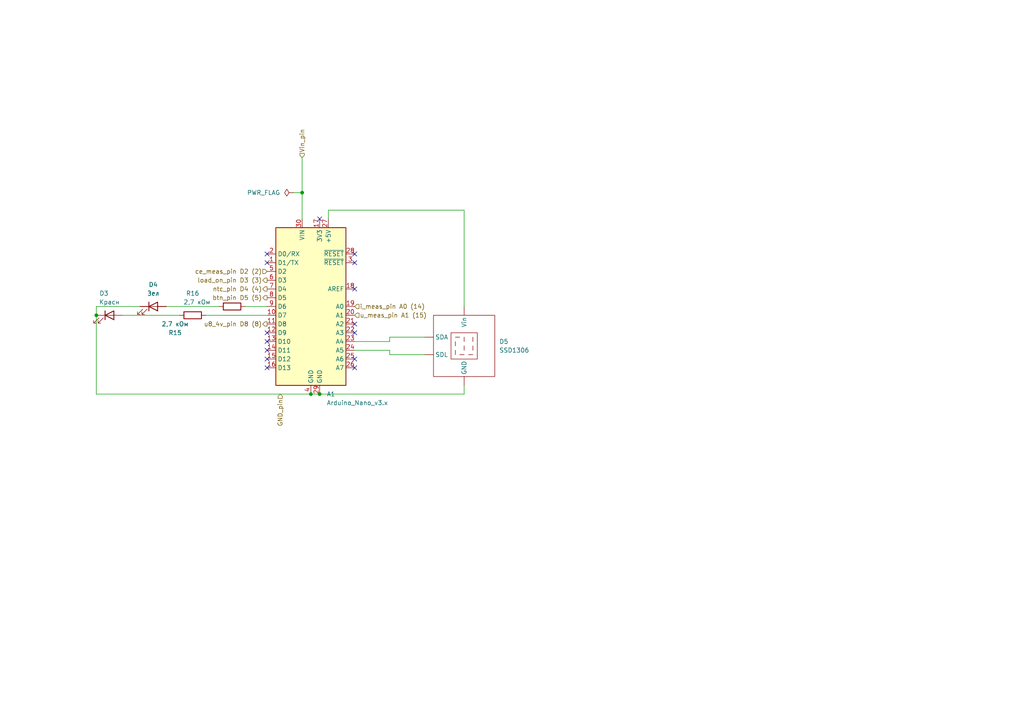
<source format=kicad_sch>
(kicad_sch (version 20211123) (generator eeschema)
  (paper "A4")
  (lib_symbols
    (symbol "Device:LED" (pin_numbers hide) (pin_names (offset 1.016) hide)
      (property "Reference" "D" (at 0 2.54 0))
      (property "Value" "LED" (at 0 -2.54 0))
      (symbol "LED_0_1"
        (polyline (pts (xy -1.27 -1.27) (xy -1.27 1.27)) (stroke (width 0.254)))
        (polyline (pts (xy -1.27 0) (xy 1.27 0)))
        (polyline (pts (xy 1.27 -1.27) (xy 1.27 1.27) (xy -1.27 0) (xy 1.27 -1.27)) (stroke (width 0.254)))
        (polyline (pts (xy -3.048 -0.762) (xy -4.572 -2.286) (xy -3.81 -2.286) (xy -4.572 -2.286) (xy -4.572 -1.524)))
        (polyline (pts (xy -1.778 -0.762) (xy -3.302 -2.286) (xy -2.54 -2.286) (xy -3.302 -2.286) (xy -3.302 -1.524)))
      )
      (symbol "LED_1_1"
        (pin passive line (at -3.81 0 0) (length 2.54) (name "K") (number "1"))
        (pin passive line (at 3.81 0 180) (length 2.54) (name "A") (number "2"))
      )
    )
    (symbol "Device:R" (pin_numbers hide) (pin_names (offset 0))
      (property "Reference" "R" (at 2.032 0 90))
      (property "Value" "R" (at 0 0 90))
      (symbol "R_0_1"
        (rectangle (start -1.016 -2.54) (end 1.016 2.54) (stroke (width 0.254)))
      )
      (symbol "R_1_1"
        (pin passive line (at 0 3.81 270) (length 1.27) (name "~") (number "1"))
        (pin passive line (at 0 -3.81 90) (length 1.27) (name "~") (number "2"))
      )
    )
    (symbol "MCU_Module:Arduino_Nano_v3.x"
      (property "Reference" "A" (at -10.16 23.495 0))
      (property "Value" "Arduino_Nano_v3.x" (at 5.08 -24.13 0))
      (symbol "Arduino_Nano_v3.x_0_1"
        (rectangle (start -10.16 22.86) (end 10.16 -22.86) (stroke (width 0.254)) (fill (type background)))
      )
      (symbol "Arduino_Nano_v3.x_1_1"
        (pin bidirectional line (at -12.7 12.7 0) (length 2.54) (name "D1/TX") (number "1"))
        (pin bidirectional line (at -12.7 -2.54 0) (length 2.54) (name "D7") (number "10"))
        (pin bidirectional line (at -12.7 -5.08 0) (length 2.54) (name "D8") (number "11"))
        (pin bidirectional line (at -12.7 -7.62 0) (length 2.54) (name "D9") (number "12"))
        (pin bidirectional line (at -12.7 -10.16 0) (length 2.54) (name "D10") (number "13"))
        (pin bidirectional line (at -12.7 -12.7 0) (length 2.54) (name "D11") (number "14"))
        (pin bidirectional line (at -12.7 -15.24 0) (length 2.54) (name "D12") (number "15"))
        (pin bidirectional line (at -12.7 -17.78 0) (length 2.54) (name "D13") (number "16"))
        (pin power_out line (at 2.54 25.4 270) (length 2.54) (name "3V3") (number "17"))
        (pin input line (at 12.7 5.08 180) (length 2.54) (name "AREF") (number "18"))
        (pin bidirectional line (at 12.7 0 180) (length 2.54) (name "A0") (number "19"))
        (pin bidirectional line (at -12.7 15.24 0) (length 2.54) (name "D0/RX") (number "2"))
        (pin bidirectional line (at 12.7 -2.54 180) (length 2.54) (name "A1") (number "20"))
        (pin bidirectional line (at 12.7 -5.08 180) (length 2.54) (name "A2") (number "21"))
        (pin bidirectional line (at 12.7 -7.62 180) (length 2.54) (name "A3") (number "22"))
        (pin bidirectional line (at 12.7 -10.16 180) (length 2.54) (name "A4") (number "23"))
        (pin bidirectional line (at 12.7 -12.7 180) (length 2.54) (name "A5") (number "24"))
        (pin bidirectional line (at 12.7 -15.24 180) (length 2.54) (name "A6") (number "25"))
        (pin bidirectional line (at 12.7 -17.78 180) (length 2.54) (name "A7") (number "26"))
        (pin power_out line (at 5.08 25.4 270) (length 2.54) (name "+5V") (number "27"))
        (pin input line (at 12.7 15.24 180) (length 2.54) (name "~{RESET}") (number "28"))
        (pin power_in line (at 2.54 -25.4 90) (length 2.54) (name "GND") (number "29"))
        (pin input line (at 12.7 12.7 180) (length 2.54) (name "~{RESET}") (number "3"))
        (pin power_in line (at -2.54 25.4 270) (length 2.54) (name "VIN") (number "30"))
        (pin power_in line (at 0 -25.4 90) (length 2.54) (name "GND") (number "4"))
        (pin bidirectional line (at -12.7 10.16 0) (length 2.54) (name "D2") (number "5"))
        (pin bidirectional line (at -12.7 7.62 0) (length 2.54) (name "D3") (number "6"))
        (pin bidirectional line (at -12.7 5.08 0) (length 2.54) (name "D4") (number "7"))
        (pin bidirectional line (at -12.7 2.54 0) (length 2.54) (name "D5") (number "8"))
        (pin bidirectional line (at -12.7 0 0) (length 2.54) (name "D6") (number "9"))
      )
    )
    (symbol "MyLibSharonov:SSD1306"
      (property "Reference" "D" (at -7.62 10.16 0))
      (property "Value" "SSD1306" (at 7.62 10.16 0))
      (symbol "SSD1306_0_1"
        (rectangle (start -8.89 8.89) (end 8.89 -8.89))
        (rectangle (start -3.81 3.81) (end 3.81 -3.81))
        (polyline (pts (xy -2.54 -2.54) (xy -2.54 -1.27)))
        (polyline (pts (xy -2.54 0) (xy -2.54 1.27)))
        (polyline (pts (xy -2.54 2.54) (xy -1.27 2.54)))
        (polyline (pts (xy -1.27 -2.54) (xy 0 -2.54)))
        (polyline (pts (xy 0 -1.27) (xy 0 0)))
        (polyline (pts (xy 0 1.27) (xy 0 2.54)))
        (polyline (pts (xy 1.27 -2.54) (xy 2.54 -2.54)))
        (polyline (pts (xy 2.54 -1.27) (xy 2.54 0)))
        (polyline (pts (xy 2.54 1.27) (xy 2.54 2.54)))
      )
      (symbol "SSD1306_1_1"
        (pin input line (at 0 -11.43 90) (length 2.54) (name "GND") (number ""))
        (pin input line (at -11.43 2.54 0) (length 2.54) (name "SDA") (number ""))
        (pin input line (at -11.43 -2.54 0) (length 2.54) (name "SDL") (number ""))
        (pin input line (at 0 11.43 270) (length 2.54) (name "Vin") (number ""))
      )
    )
    (symbol "power:PWR_FLAG" (power) (pin_numbers hide) (pin_names (offset 0) hide)
      (property "Value" "PWR_FLAG" (at 0 3.81 0))
      (symbol "PWR_FLAG_0_0"
        (pin power_out line (at 0 0 90) (length 0) (name "pwr") (number "1"))
      )
      (symbol "PWR_FLAG_0_1"
        (polyline (pts (xy 0 0) (xy 0 1.27) (xy -1.016 1.905) (xy 0 2.54) (xy 1.016 1.905) (xy 0 1.27)))
      )
    )
  )
  (junction (at 27.94 91.44))
  (junction (at 92.71 114.3))
  (junction (at 87.63 55.88))
  (junction (at 90.17 114.3))
  (no_connect (at 77.47 104.14))
  (no_connect (at 77.47 101.6))
  (no_connect (at 77.47 99.06))
  (no_connect (at 77.47 96.52))
  (no_connect (at 77.47 106.68))
  (no_connect (at 102.87 96.52))
  (no_connect (at 102.87 104.14))
  (no_connect (at 102.87 106.68))
  (no_connect (at 102.87 83.82))
  (no_connect (at 102.87 76.2))
  (no_connect (at 102.87 93.98))
  (no_connect (at 102.87 73.66))
  (no_connect (at 77.47 73.66))
  (no_connect (at 77.47 76.2))
  (no_connect (at 92.71 63.5))
  (wire (pts (xy 71.12 88.9) (xy 77.47 88.9)))
  (wire (pts (xy 134.62 60.96) (xy 95.25 60.96)))
  (wire (pts (xy 27.94 88.9) (xy 40.64 88.9)))
  (wire (pts (xy 134.62 88.9) (xy 134.62 60.96)))
  (wire (pts (xy 87.63 45.72) (xy 87.63 55.88)))
  (wire (pts (xy 113.03 101.6) (xy 102.87 101.6)))
  (wire (pts (xy 123.19 97.79) (xy 113.03 97.79)))
  (wire (pts (xy 123.19 102.87) (xy 113.03 102.87)))
  (wire (pts (xy 95.25 60.96) (xy 95.25 63.5)))
  (wire (pts (xy 35.56 91.44) (xy 52.07 91.44)))
  (wire (pts (xy 90.17 114.3) (xy 92.71 114.3)))
  (wire (pts (xy 59.69 91.44) (xy 77.47 91.44)))
  (wire (pts (xy 113.03 99.06) (xy 102.87 99.06)))
  (wire (pts (xy 48.26 88.9) (xy 63.5 88.9)))
  (wire (pts (xy 27.94 91.44) (xy 27.94 114.3)))
  (wire (pts (xy 27.94 91.44) (xy 27.94 88.9)))
  (wire (pts (xy 87.63 55.88) (xy 87.63 63.5)))
  (wire (pts (xy 134.62 114.3) (xy 92.71 114.3)))
  (wire (pts (xy 85.09 55.88) (xy 87.63 55.88)))
  (wire (pts (xy 113.03 102.87) (xy 113.03 101.6)))
  (wire (pts (xy 113.03 97.79) (xy 113.03 99.06)))
  (wire (pts (xy 27.94 114.3) (xy 90.17 114.3)))
  (wire (pts (xy 134.62 111.76) (xy 134.62 114.3)))
  (hierarchical_label "ntc_pin D4 (4)" (shape output) (at 77.47 83.82 180))
  (hierarchical_label "ce_meas_pin D2 (2)" (shape input) (at 77.47 78.74 180))
  (hierarchical_label "GND_pin" (shape input) (at 81.28 114.3 270))
  (hierarchical_label "i_meas_pin A0 (14)" (shape input) (at 102.87 88.9 0))
  (hierarchical_label "u8_4v_pin D8 (8)" (shape output) (at 77.47 93.98 180))
  (hierarchical_label "load_on_pin D3 (3)" (shape output) (at 77.47 81.28 180))
  (hierarchical_label "btn_pin D5 (5)" (shape output) (at 77.47 86.36 180))
  (hierarchical_label "Vin_pin" (shape input) (at 87.63 45.72 90))
  (hierarchical_label "u_meas_pin A1 (15)" (shape input) (at 102.87 91.44 0))
  (symbol (lib_id "Device:LED") (at 31.75 91.44 0) (unit 1)
    (property "Reference" "D3" (at 30.1625 85.09 0))
    (property "Value" "Красн" (at 31.75 87.63 0))
  )
  (symbol (lib_id "MyLibSharonov:SSD1306") (at 134.62 100.33 0) (unit 1)
    (property "Reference" "D5" (at 144.78 99.0599 0) (effects (justify left)))
    (property "Value" "SSD1306" (at 144.78 101.5999 0) (effects (justify left)))
  )
  (symbol (lib_id "Device:LED") (at 44.45 88.9 0) (unit 1)
    (property "Reference" "D4" (at 44.45 82.55 0))
    (property "Value" "Зел" (at 44.45 85.09 0))
  )
  (symbol (lib_id "MCU_Module:Arduino_Nano_v3.x") (at 90.17 88.9 0) (unit 1)
    (property "Reference" "A1" (at 94.7294 114.3 0) (effects (justify left)))
    (property "Value" "Arduino_Nano_v3.x" (at 94.7294 116.84 0) (effects (justify left)))
    (property "Footprint" "Module:Arduino_Nano" (effects hide))
    (property "Datasheet" "http://www.mouser.com/pdfdocs/Gravitech_Arduino_Nano3_0.pdf" (effects hide))
  )
  (symbol (lib_id "power:PWR_FLAG") (at 85.09 55.88 90) (unit 1)
    (property "Reference" "#FLG0104" (effects hide))
    (property "Value" "PWR_FLAG" (at 81.28 55.8799 90) (effects (justify left)))
  )
  (symbol (lib_id "Device:R") (at 55.88 91.44 90) (unit 1)
    (property "Reference" "R15" (at 50.8 96.52 90))
    (property "Value" "2,7 кОм" (at 50.8 93.98 90))
  )
  (symbol (lib_id "Device:R") (at 67.31 88.9 90) (unit 1)
    (property "Reference" "R16" (at 55.88 85.09 90))
    (property "Value" "2,7 кОм" (at 57.15 87.63 90))
  )
)
</source>
